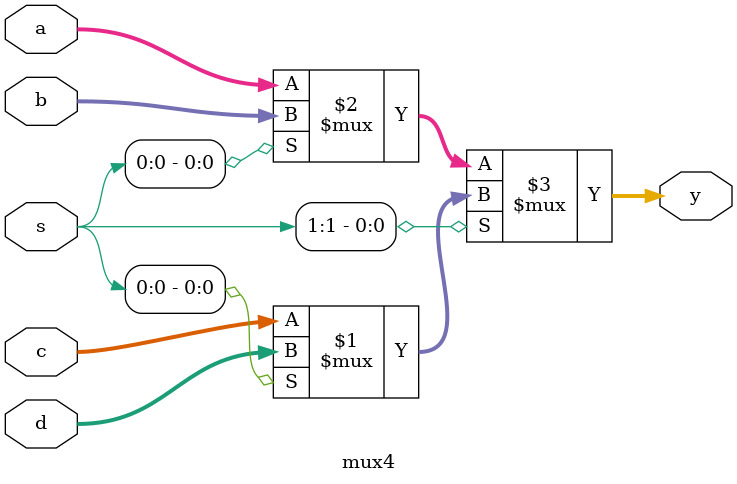
<source format=v>
`timescale 1ns / 1ps


module mux4(
    input [31:0] a, b, c, d,
    input [1:0] s,
    output [31:0] y
    );
    
    assign y = s[1]? (s[0]? d : c) :
                     (s[0]? b : a);
    
endmodule

</source>
